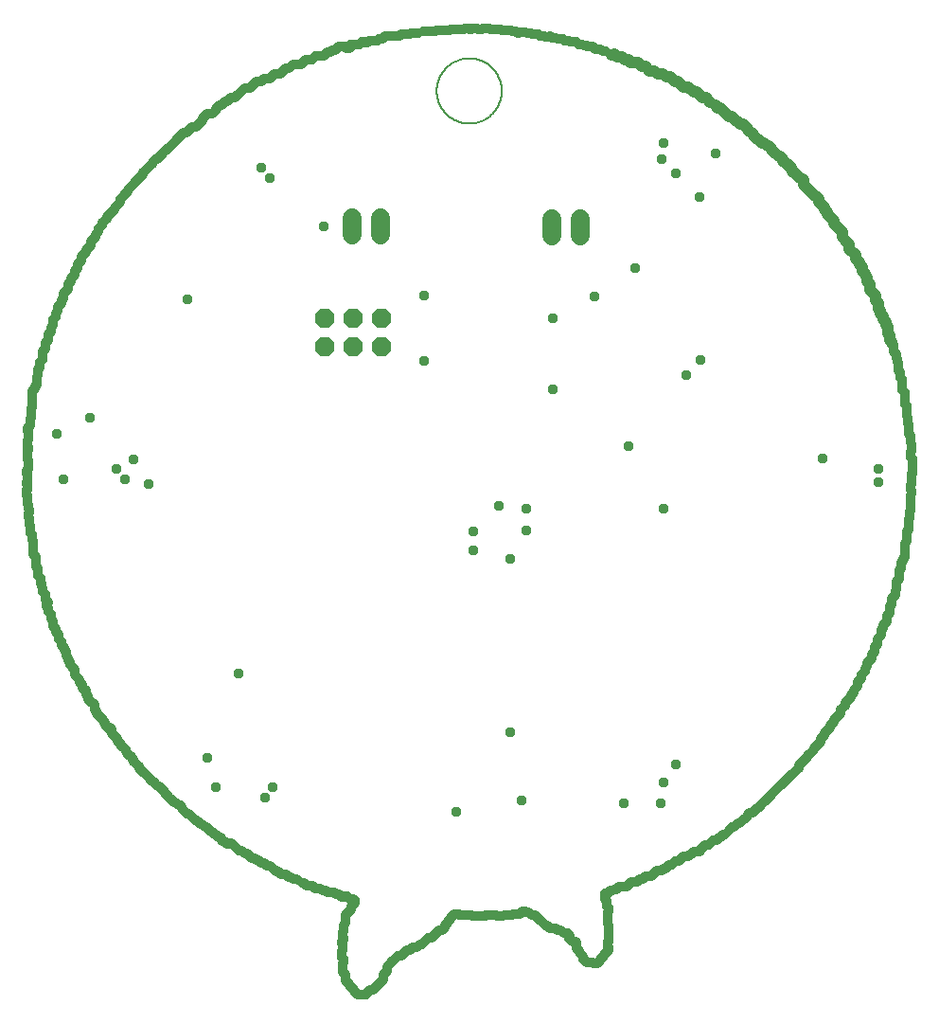
<source format=gbs>
G75*
%MOIN*%
%OFA0B0*%
%FSLAX25Y25*%
%IPPOS*%
%LPD*%
%AMOC8*
5,1,8,0,0,1.08239X$1,22.5*
%
%ADD10C,0.04000*%
%ADD11C,0.03200*%
%ADD12C,0.00800*%
%ADD13C,0.06800*%
%ADD14OC8,0.06800*%
%ADD15C,0.03778*%
D10*
X0271455Y0316976D02*
X0271947Y0316976D01*
X0273177Y0315746D01*
X0273915Y0315746D01*
X0275146Y0314516D01*
X0275392Y0314516D01*
X0276376Y0313531D01*
X0276376Y0313285D01*
X0277360Y0312301D01*
X0277606Y0312301D01*
X0279083Y0310825D01*
X0279575Y0310825D01*
X0280559Y0309841D01*
X0280559Y0309348D01*
X0281789Y0308118D01*
X0282035Y0308118D01*
X0282774Y0307380D01*
X0282774Y0307134D01*
X0283020Y0307134D01*
X0284004Y0306150D01*
X0284004Y0305657D01*
X0284742Y0304919D01*
X0284988Y0304919D01*
X0286465Y0303443D01*
X0286957Y0303443D01*
X0287941Y0302459D01*
X0287941Y0300982D01*
X0289171Y0299752D01*
X0289171Y0299506D01*
X0291878Y0296799D01*
X0292124Y0296799D01*
X0293108Y0295815D01*
X0293108Y0295077D01*
X0295077Y0293108D01*
X0295323Y0293108D01*
X0295323Y0292124D01*
X0296061Y0291386D01*
X0296061Y0290648D01*
X0298522Y0288187D01*
X0298522Y0287203D01*
X0301474Y0284250D01*
X0301474Y0282528D01*
X0302951Y0281051D01*
X0302951Y0280805D01*
X0303935Y0279821D01*
X0303935Y0278344D01*
X0306150Y0276130D01*
X0306150Y0274900D01*
X0307380Y0273669D01*
X0307380Y0272931D01*
X0308364Y0271947D01*
X0308364Y0270470D01*
X0309348Y0269486D01*
X0309348Y0269240D01*
X0310333Y0268256D01*
X0310333Y0267026D01*
X0311317Y0266041D01*
X0311317Y0263827D01*
X0313285Y0261858D01*
X0313285Y0260136D01*
X0314270Y0259152D01*
X0314270Y0257183D01*
X0315008Y0256445D01*
X0315008Y0255707D01*
X0315992Y0254722D01*
X0315992Y0253492D01*
X0316976Y0252508D01*
X0316976Y0251524D01*
X0317469Y0251031D01*
X0317469Y0248571D01*
X0318207Y0247833D01*
X0318207Y0246356D01*
X0318945Y0245618D01*
X0318945Y0245126D01*
X0271455Y0316976D02*
X0270224Y0318207D01*
X0270224Y0318453D01*
X0268256Y0320421D01*
X0268256Y0320667D01*
X0266533Y0322390D01*
X0265549Y0322390D01*
X0264565Y0323374D01*
X0264073Y0323374D01*
X0262350Y0325096D01*
X0261366Y0325096D01*
X0258413Y0328049D01*
X0257429Y0328049D01*
X0256691Y0328787D01*
X0254969Y0330018D02*
X0253492Y0331494D01*
X0252262Y0331494D01*
X0250293Y0333463D01*
X0249063Y0333463D01*
X0247094Y0335431D01*
X0245618Y0335431D01*
X0243650Y0337400D01*
X0242419Y0337400D01*
X0240943Y0338876D01*
X0239467Y0338876D01*
X0238236Y0340106D01*
X0237498Y0340106D01*
X0237252Y0339860D01*
X0236514Y0339860D01*
X0235283Y0341091D01*
X0233561Y0341091D01*
X0232085Y0342567D01*
X0230854Y0342567D01*
X0229378Y0344043D01*
X0226917Y0344043D01*
X0226179Y0344781D01*
X0224949Y0344781D01*
X0223719Y0346012D01*
X0222242Y0346012D01*
X0221258Y0346996D01*
X0221012Y0346750D01*
X0220274Y0346750D01*
D11*
X0068945Y0081494D02*
X0070667Y0079772D01*
X0071159Y0079772D01*
X0073374Y0077557D01*
X0073620Y0077557D01*
X0074112Y0077065D01*
X0074358Y0077065D01*
X0075343Y0076081D01*
X0075835Y0076081D01*
X0077065Y0074850D01*
X0077557Y0074850D01*
X0078049Y0074358D01*
X0078049Y0074112D01*
X0079033Y0073128D01*
X0079526Y0073128D01*
X0080510Y0072144D01*
X0080756Y0072144D01*
X0081740Y0071159D01*
X0082478Y0071159D01*
X0082724Y0070913D01*
X0082724Y0070421D01*
X0083217Y0069929D01*
X0083955Y0069929D01*
X0084939Y0068945D01*
X0085185Y0069191D01*
X0086169Y0069191D01*
X0086907Y0068453D01*
X0087154Y0068453D01*
X0088876Y0066730D01*
X0089860Y0066730D01*
X0091091Y0065500D01*
X0091829Y0065500D01*
X0093551Y0063778D01*
X0094535Y0063778D01*
X0095028Y0063285D01*
X0095766Y0063285D01*
X0096750Y0062301D01*
X0097980Y0062301D01*
X0098965Y0061317D01*
X0099703Y0061317D01*
X0100195Y0060825D01*
X0100441Y0060825D01*
X0101179Y0060087D01*
X0101425Y0060087D01*
X0102163Y0059348D01*
X0102902Y0059348D01*
X0103886Y0058364D01*
X0105362Y0058364D01*
X0106346Y0057380D01*
X0107331Y0057380D01*
X0108069Y0056642D01*
X0109299Y0056642D01*
X0109791Y0056150D01*
X0111022Y0055411D02*
X0112006Y0055411D01*
X0112990Y0054427D01*
X0114713Y0054427D01*
X0115697Y0053443D01*
X0117419Y0053443D01*
X0118404Y0052459D01*
X0119634Y0052459D01*
X0120126Y0051967D01*
X0122587Y0051967D01*
X0123325Y0051228D01*
X0124309Y0051228D01*
X0125293Y0050244D01*
X0125785Y0050244D01*
X0126031Y0050490D01*
X0127262Y0050490D01*
X0128000Y0049752D01*
X0129230Y0049752D01*
X0129722Y0049260D01*
X0129722Y0048276D01*
X0128492Y0047045D01*
X0128492Y0046061D01*
X0126524Y0044093D01*
X0126524Y0041140D01*
X0125785Y0040402D01*
X0125785Y0038187D01*
X0125539Y0037941D01*
X0125539Y0036219D01*
X0125785Y0035972D01*
X0125785Y0035234D01*
X0125293Y0034742D01*
X0125293Y0034004D01*
X0125539Y0033758D01*
X0125539Y0031543D01*
X0125293Y0031297D01*
X0125293Y0029083D01*
X0125785Y0028591D01*
X0125785Y0027114D01*
X0125539Y0026868D01*
X0125539Y0023915D01*
X0126524Y0022931D01*
X0126524Y0020963D01*
X0128000Y0019486D01*
X0128000Y0019240D01*
X0129476Y0017764D01*
X0129476Y0017272D01*
X0130707Y0016041D01*
X0132429Y0016041D01*
X0132675Y0015795D01*
X0133659Y0015795D01*
X0133906Y0016041D01*
X0133906Y0016287D01*
X0135136Y0017518D01*
X0136120Y0017518D01*
X0139811Y0021209D01*
X0139811Y0022931D01*
X0141041Y0024161D01*
X0141041Y0025638D01*
X0142518Y0027114D01*
X0142518Y0027360D01*
X0143256Y0028098D01*
X0143502Y0028098D01*
X0144978Y0029575D01*
X0146209Y0029575D01*
X0148177Y0031543D01*
X0149161Y0031543D01*
X0150146Y0032528D01*
X0151622Y0032528D01*
X0152852Y0033758D01*
X0153344Y0033758D01*
X0155559Y0035972D01*
X0156789Y0035972D01*
X0159496Y0038679D01*
X0160480Y0038679D01*
X0161465Y0039663D01*
X0161465Y0040156D01*
X0162449Y0041140D01*
X0162449Y0041632D01*
X0163433Y0042616D01*
X0163433Y0043108D01*
X0163925Y0043600D01*
X0164171Y0043600D01*
X0164909Y0044339D01*
X0166386Y0044339D01*
X0166632Y0044093D01*
X0170815Y0044093D01*
X0171307Y0043600D01*
X0175736Y0043600D01*
X0175982Y0043846D01*
X0179673Y0043846D01*
X0179919Y0043600D01*
X0181888Y0043600D01*
X0182380Y0044093D01*
X0185333Y0044093D01*
X0185579Y0044339D01*
X0187793Y0044339D01*
X0188778Y0045323D01*
X0190008Y0045323D01*
X0190254Y0045077D01*
X0190992Y0045077D01*
X0192222Y0043846D01*
X0193207Y0043846D01*
X0195175Y0041878D01*
X0195421Y0041878D01*
X0196898Y0040402D01*
X0197636Y0040402D01*
X0198620Y0039417D01*
X0200343Y0039417D01*
X0201081Y0038679D01*
X0202311Y0038679D01*
X0203541Y0037449D01*
X0204772Y0037449D01*
X0205510Y0036711D01*
X0205510Y0035972D01*
X0205264Y0035726D01*
X0205264Y0035480D01*
X0205510Y0035480D01*
X0206494Y0034496D01*
X0207478Y0034496D01*
X0207724Y0034250D01*
X0207724Y0032281D01*
X0208709Y0031297D01*
X0208709Y0030805D01*
X0210185Y0029329D01*
X0210185Y0028344D01*
X0210431Y0028344D01*
X0211415Y0027360D01*
X0211907Y0027360D01*
X0212154Y0027114D01*
X0213630Y0027114D01*
X0213876Y0026868D01*
X0215106Y0026868D01*
X0216337Y0028098D01*
X0216337Y0028344D01*
X0217567Y0029575D01*
X0217567Y0030067D01*
X0219043Y0031543D01*
X0219043Y0032528D01*
X0218797Y0032774D01*
X0218797Y0034496D01*
X0219043Y0034742D01*
X0219043Y0038925D01*
X0219289Y0039171D01*
X0219289Y0040402D01*
X0218797Y0040894D01*
X0218797Y0045077D01*
X0219043Y0045323D01*
X0219043Y0046553D01*
X0218551Y0047045D01*
X0218551Y0049014D01*
X0217813Y0049752D01*
X0217813Y0051474D01*
X0218797Y0051474D01*
X0219781Y0052459D01*
X0220520Y0052459D01*
X0221012Y0052951D01*
X0221996Y0052951D01*
X0222980Y0053935D01*
X0225441Y0053935D01*
X0227163Y0055657D01*
X0229132Y0055657D01*
X0230116Y0056642D01*
X0231100Y0056642D01*
X0232085Y0057626D01*
X0234299Y0057626D01*
X0236268Y0059594D01*
X0237744Y0059594D01*
X0238482Y0060333D01*
X0239220Y0060333D01*
X0240451Y0061563D01*
X0241435Y0061563D01*
X0242665Y0062793D01*
X0243896Y0062793D01*
X0245618Y0064516D01*
X0247094Y0064516D01*
X0247833Y0065254D01*
X0248325Y0065254D01*
X0249309Y0066238D01*
X0251031Y0066238D01*
X0251524Y0066730D01*
X0251524Y0066976D01*
X0253246Y0068699D01*
X0254476Y0068699D01*
X0255953Y0070175D01*
X0257183Y0070175D01*
X0258167Y0071159D01*
X0258413Y0071159D01*
X0259398Y0072144D01*
X0260136Y0072144D01*
X0261366Y0073620D02*
X0262596Y0074850D01*
X0263335Y0074850D01*
X0264811Y0076327D01*
X0265303Y0076327D01*
X0267026Y0078049D01*
X0267518Y0078049D01*
X0268256Y0078787D01*
X0268256Y0079280D01*
X0268994Y0080018D01*
X0269732Y0080018D01*
X0271455Y0081740D01*
X0271947Y0081740D01*
X0272685Y0082478D01*
X0272685Y0082724D01*
X0273915Y0083955D01*
X0274161Y0083955D01*
X0276376Y0086169D01*
X0276376Y0086415D01*
X0279575Y0089614D01*
X0279821Y0089614D01*
X0283758Y0093551D01*
X0284004Y0093551D01*
X0286219Y0095766D01*
X0286219Y0096504D01*
X0289171Y0099457D01*
X0289171Y0099949D01*
X0289909Y0100687D01*
X0290156Y0100687D01*
X0291632Y0102163D01*
X0291632Y0102656D01*
X0293846Y0104870D01*
X0293846Y0105854D01*
X0295323Y0107331D01*
X0295323Y0108069D01*
X0297045Y0109791D01*
X0297045Y0110530D01*
X0298522Y0112006D01*
X0298522Y0112498D01*
X0300982Y0114959D01*
X0300982Y0116189D01*
X0302459Y0117665D01*
X0302459Y0118650D01*
X0304427Y0120618D01*
X0304427Y0121356D01*
X0305411Y0122341D01*
X0305411Y0123079D01*
X0306888Y0124555D01*
X0306888Y0126031D01*
X0308118Y0127262D01*
X0308118Y0128492D01*
X0309348Y0129722D01*
X0309348Y0130461D01*
X0310333Y0131445D01*
X0310333Y0132675D01*
X0311809Y0134152D01*
X0311809Y0135628D01*
X0312793Y0136612D01*
X0312793Y0138335D01*
X0313778Y0139319D01*
X0313778Y0141041D01*
X0315254Y0142518D01*
X0315254Y0144240D01*
X0315992Y0144978D01*
X0315992Y0145963D01*
X0317222Y0147193D01*
X0317222Y0149407D01*
X0318207Y0150392D01*
X0318207Y0152606D01*
X0318945Y0153344D01*
X0318945Y0155313D01*
X0320175Y0156543D01*
X0320175Y0158020D01*
X0320667Y0158512D01*
X0320667Y0161219D01*
X0321652Y0162203D01*
X0321652Y0165402D01*
X0322144Y0165894D01*
X0322144Y0167862D01*
X0322882Y0168600D01*
X0322882Y0169339D01*
X0323374Y0169831D01*
X0323374Y0174752D01*
X0324112Y0175490D01*
X0324112Y0178935D01*
X0324850Y0179673D01*
X0324850Y0183364D01*
X0325096Y0183610D01*
X0325096Y0186071D01*
X0325343Y0186317D01*
X0325343Y0191730D01*
X0325835Y0192222D01*
X0325835Y0193207D01*
X0325589Y0193453D01*
X0325589Y0195421D01*
X0325835Y0195667D01*
X0325835Y0199112D01*
X0326081Y0199358D01*
X0326081Y0204526D01*
X0325589Y0205018D01*
X0325589Y0206986D01*
X0325835Y0207232D01*
X0325835Y0209693D01*
X0325343Y0210185D01*
X0325343Y0212646D01*
X0324850Y0213138D01*
X0324850Y0216583D01*
X0324604Y0216829D01*
X0324604Y0219043D01*
X0324112Y0219535D01*
X0324112Y0223226D01*
X0323620Y0223719D01*
X0323620Y0224703D01*
X0323374Y0224949D01*
X0323374Y0227902D01*
X0322636Y0228640D01*
X0322636Y0230608D01*
X0322390Y0230854D01*
X0322390Y0232577D01*
X0321898Y0233069D01*
X0321898Y0235037D01*
X0321159Y0235776D01*
X0321159Y0238236D01*
X0320913Y0238482D01*
X0320913Y0239467D01*
X0320421Y0239959D01*
X0320421Y0241435D01*
X0319437Y0242419D01*
X0319437Y0244634D01*
X0318945Y0245126D01*
X0218305Y0347980D02*
X0217075Y0347980D01*
X0216337Y0348719D01*
X0214614Y0348719D01*
X0213630Y0349703D01*
X0211661Y0349703D01*
X0211415Y0349949D01*
X0210431Y0349949D01*
X0209939Y0350441D01*
X0208463Y0350441D01*
X0207724Y0351179D01*
X0205510Y0351179D01*
X0205018Y0351671D01*
X0203541Y0351671D01*
X0203049Y0352163D01*
X0201081Y0352163D01*
X0200589Y0352656D01*
X0199112Y0352656D01*
X0198620Y0353148D01*
X0198374Y0352902D01*
X0196898Y0352902D01*
X0196406Y0353394D01*
X0194929Y0353394D01*
X0194437Y0353886D01*
X0192222Y0353886D01*
X0191976Y0354132D01*
X0190500Y0354132D01*
X0190008Y0354624D01*
X0187793Y0354624D01*
X0187547Y0354378D01*
X0187055Y0354378D01*
X0186563Y0354870D01*
X0185087Y0354870D01*
X0184841Y0355116D01*
X0183610Y0355116D01*
X0183364Y0355362D01*
X0181396Y0355362D01*
X0181150Y0355608D01*
X0177459Y0355608D01*
X0177213Y0355854D01*
X0174752Y0355854D01*
X0174506Y0355608D01*
X0173030Y0355608D01*
X0172783Y0355854D01*
X0171061Y0355854D01*
X0170815Y0355608D01*
X0170323Y0355608D01*
X0170077Y0355854D01*
X0168354Y0355854D01*
X0168108Y0355608D01*
X0163433Y0355608D01*
X0163187Y0355362D01*
X0161465Y0355362D01*
X0161219Y0355116D01*
X0158512Y0355116D01*
X0158266Y0354870D01*
X0153837Y0354870D01*
X0152114Y0354378D02*
X0149654Y0354378D01*
X0149161Y0353886D01*
X0146209Y0353886D01*
X0145470Y0353148D01*
X0140549Y0353148D01*
X0139565Y0352163D01*
X0138335Y0352163D01*
X0137843Y0351671D01*
X0134890Y0351671D01*
X0134152Y0350933D01*
X0133659Y0350933D01*
X0133413Y0351179D01*
X0132183Y0351179D01*
X0131445Y0350441D01*
X0128246Y0350441D01*
X0128738Y0349949D01*
X0128738Y0349703D01*
X0128000Y0348965D01*
X0126770Y0348965D01*
X0126278Y0349457D01*
X0124063Y0349457D01*
X0122833Y0348226D01*
X0121848Y0348226D01*
X0121110Y0347488D01*
X0120126Y0347488D01*
X0118896Y0346258D01*
X0115943Y0346258D01*
X0114713Y0345028D01*
X0112498Y0345028D01*
X0110776Y0343305D01*
X0108069Y0343305D01*
X0106593Y0341829D01*
X0105362Y0341829D01*
X0103640Y0340106D01*
X0101671Y0340106D01*
X0099703Y0338138D01*
X0097734Y0338138D01*
X0096750Y0337154D01*
X0095028Y0337154D01*
X0092813Y0334939D01*
X0091091Y0334939D01*
X0088630Y0332478D01*
X0088384Y0332478D01*
X0087400Y0331494D01*
X0086169Y0331494D01*
X0084939Y0330264D01*
X0084201Y0330264D01*
X0082970Y0329033D01*
X0082232Y0329033D01*
X0080756Y0327557D01*
X0080756Y0327065D01*
X0079526Y0325835D01*
X0077803Y0325835D01*
X0076081Y0324112D01*
X0076081Y0323620D01*
X0073866Y0321406D01*
X0072636Y0321406D01*
X0070421Y0319191D01*
X0069437Y0319191D01*
X0066976Y0316730D01*
X0066976Y0316484D01*
X0064516Y0314024D01*
X0064270Y0314024D01*
X0063285Y0313039D01*
X0063039Y0313039D01*
X0062301Y0312301D01*
X0062301Y0311809D01*
X0060333Y0309841D01*
X0059594Y0309841D01*
X0058364Y0308610D01*
X0058364Y0308364D01*
X0055165Y0305165D01*
X0055165Y0304673D01*
X0052213Y0301720D01*
X0052213Y0301474D01*
X0049752Y0299014D01*
X0049752Y0298522D01*
X0048522Y0297291D01*
X0048522Y0297045D01*
X0047291Y0295815D01*
X0047291Y0294831D01*
X0045077Y0292616D01*
X0045077Y0292370D01*
X0042370Y0289663D01*
X0042370Y0288925D01*
X0040894Y0287449D01*
X0040894Y0286711D01*
X0039663Y0285480D01*
X0039663Y0284496D01*
X0038433Y0283266D01*
X0038433Y0282528D01*
X0036957Y0281051D01*
X0036957Y0279575D01*
X0035234Y0277852D01*
X0035234Y0277360D01*
X0033512Y0275638D01*
X0033512Y0274407D01*
X0032035Y0272931D01*
X0032035Y0271455D01*
X0031051Y0270470D01*
X0031051Y0269240D01*
X0029821Y0268010D01*
X0029821Y0266780D01*
X0028837Y0265795D01*
X0028837Y0264319D01*
X0027114Y0262596D01*
X0027114Y0260874D01*
X0026376Y0260136D01*
X0026376Y0259152D01*
X0025146Y0257921D01*
X0025146Y0256445D01*
X0024407Y0255707D01*
X0024407Y0254230D01*
X0023669Y0253492D01*
X0023669Y0251524D01*
X0022685Y0250539D01*
X0022685Y0249309D01*
X0021701Y0248325D01*
X0021701Y0246356D01*
X0020717Y0245372D01*
X0020717Y0243157D01*
X0019732Y0242173D01*
X0019732Y0239220D01*
X0018994Y0238482D01*
X0018994Y0236760D01*
X0018256Y0236022D01*
X0018256Y0233807D01*
X0017764Y0233315D01*
X0017764Y0230608D01*
X0017026Y0229870D01*
X0017026Y0229132D01*
X0016287Y0228394D01*
X0016287Y0224211D01*
X0016041Y0223965D01*
X0016041Y0222488D01*
X0015795Y0222242D01*
X0015795Y0218797D01*
X0015549Y0218551D01*
X0015549Y0216337D01*
X0014565Y0215352D01*
X0014565Y0214368D01*
X0014811Y0214122D01*
X0014811Y0211169D01*
X0014565Y0210923D01*
X0014565Y0208955D01*
X0014811Y0208709D01*
X0014811Y0207724D01*
X0014565Y0207478D01*
X0014565Y0204280D01*
X0014811Y0204033D01*
X0014811Y0200835D01*
X0014319Y0200343D01*
X0014319Y0199112D01*
X0014565Y0198866D01*
X0014565Y0196652D01*
X0014319Y0196406D01*
X0014319Y0195667D01*
X0014565Y0195421D01*
X0014565Y0193699D01*
X0014319Y0193453D01*
X0014319Y0191730D01*
X0014565Y0191484D01*
X0014565Y0188531D01*
X0014811Y0188285D01*
X0014811Y0186809D01*
X0015057Y0186563D01*
X0015057Y0185579D01*
X0014811Y0185333D01*
X0014811Y0184102D01*
X0015303Y0183610D01*
X0015303Y0182872D01*
X0015057Y0182626D01*
X0015057Y0181396D01*
X0015549Y0180904D01*
X0015549Y0178443D01*
X0016041Y0177951D01*
X0016041Y0175982D01*
X0016533Y0175490D01*
X0016533Y0171061D01*
X0017518Y0170077D01*
X0017518Y0166632D01*
X0018256Y0165894D01*
X0018256Y0163433D01*
X0019240Y0162449D01*
X0019240Y0160726D01*
X0019486Y0160480D01*
X0019486Y0159496D01*
X0019978Y0159004D01*
X0019978Y0157528D01*
X0020717Y0156789D01*
X0020717Y0155067D01*
X0021701Y0154083D01*
X0021209Y0153591D01*
X0021209Y0152606D01*
X0021947Y0151868D01*
X0021947Y0150638D01*
X0022685Y0149900D01*
X0022685Y0148177D01*
X0023423Y0147439D01*
X0023423Y0145717D01*
X0024654Y0144486D01*
X0024654Y0143502D01*
X0025638Y0142518D01*
X0025638Y0141041D01*
X0026376Y0140303D01*
X0026376Y0139073D01*
X0027360Y0138089D01*
X0027360Y0137350D01*
X0028098Y0136612D01*
X0028098Y0135136D01*
X0028837Y0134398D01*
X0028837Y0133659D01*
X0029575Y0132921D01*
X0029575Y0131937D01*
X0030067Y0131445D01*
X0030067Y0131199D01*
X0031051Y0130215D01*
X0031051Y0128492D01*
X0032774Y0126770D01*
X0032774Y0126031D01*
X0033758Y0125047D01*
X0033758Y0123817D01*
X0034250Y0123325D01*
X0034742Y0123325D01*
X0035234Y0122833D01*
X0035234Y0121602D01*
X0035972Y0120864D01*
X0035972Y0119880D01*
X0037203Y0118650D01*
X0037449Y0118650D01*
X0038187Y0117911D01*
X0038187Y0116435D01*
X0038925Y0115697D01*
X0038925Y0114959D01*
X0041140Y0112744D01*
X0041140Y0112252D01*
X0041878Y0111514D01*
X0041878Y0111022D01*
X0043600Y0109299D01*
X0043600Y0109791D01*
X0044093Y0109299D01*
X0044093Y0107823D01*
X0045077Y0106839D01*
X0045323Y0106839D01*
X0046307Y0105854D01*
X0046307Y0105116D01*
X0047537Y0103886D01*
X0047537Y0103394D01*
X0048030Y0102902D01*
X0048276Y0102902D01*
X0049014Y0102163D01*
X0049014Y0101671D01*
X0049506Y0101179D01*
X0049506Y0100933D01*
X0050490Y0099949D01*
X0050736Y0099949D01*
X0051228Y0099457D01*
X0051228Y0099211D01*
X0051967Y0098472D01*
X0051967Y0097980D01*
X0053689Y0096258D01*
X0053689Y0095766D01*
X0055657Y0093797D01*
X0055904Y0093797D01*
X0057626Y0092075D01*
X0057626Y0091829D01*
X0058364Y0091091D01*
X0058856Y0091091D01*
X0059594Y0090352D01*
X0059594Y0090106D01*
X0060579Y0089122D01*
X0060825Y0089122D01*
X0062793Y0087154D01*
X0062793Y0086907D01*
X0063531Y0086169D01*
X0063778Y0086169D01*
X0064270Y0085677D01*
X0064270Y0085431D01*
X0064762Y0084939D01*
X0065008Y0084939D01*
X0066238Y0083709D01*
X0066484Y0083709D01*
X0067715Y0082478D01*
X0068453Y0082478D01*
X0068945Y0081986D01*
X0068945Y0081494D01*
D12*
X0158617Y0333955D02*
X0158620Y0334236D01*
X0158631Y0334517D01*
X0158648Y0334798D01*
X0158672Y0335078D01*
X0158703Y0335358D01*
X0158741Y0335637D01*
X0158786Y0335914D01*
X0158837Y0336191D01*
X0158895Y0336466D01*
X0158960Y0336740D01*
X0159032Y0337012D01*
X0159110Y0337282D01*
X0159195Y0337550D01*
X0159287Y0337816D01*
X0159385Y0338079D01*
X0159489Y0338341D01*
X0159600Y0338599D01*
X0159717Y0338855D01*
X0159841Y0339108D01*
X0159970Y0339357D01*
X0160106Y0339604D01*
X0160247Y0339847D01*
X0160395Y0340086D01*
X0160548Y0340322D01*
X0160707Y0340554D01*
X0160872Y0340782D01*
X0161043Y0341006D01*
X0161218Y0341225D01*
X0161399Y0341440D01*
X0161586Y0341651D01*
X0161777Y0341857D01*
X0161974Y0342058D01*
X0162175Y0342255D01*
X0162381Y0342446D01*
X0162592Y0342633D01*
X0162807Y0342814D01*
X0163026Y0342989D01*
X0163250Y0343160D01*
X0163478Y0343325D01*
X0163710Y0343484D01*
X0163946Y0343637D01*
X0164185Y0343785D01*
X0164428Y0343926D01*
X0164675Y0344062D01*
X0164924Y0344191D01*
X0165177Y0344315D01*
X0165433Y0344432D01*
X0165691Y0344543D01*
X0165953Y0344647D01*
X0166216Y0344745D01*
X0166482Y0344837D01*
X0166750Y0344922D01*
X0167020Y0345000D01*
X0167292Y0345072D01*
X0167566Y0345137D01*
X0167841Y0345195D01*
X0168118Y0345246D01*
X0168395Y0345291D01*
X0168674Y0345329D01*
X0168954Y0345360D01*
X0169234Y0345384D01*
X0169515Y0345401D01*
X0169796Y0345412D01*
X0170077Y0345415D01*
X0170358Y0345412D01*
X0170639Y0345401D01*
X0170920Y0345384D01*
X0171200Y0345360D01*
X0171480Y0345329D01*
X0171759Y0345291D01*
X0172036Y0345246D01*
X0172313Y0345195D01*
X0172588Y0345137D01*
X0172862Y0345072D01*
X0173134Y0345000D01*
X0173404Y0344922D01*
X0173672Y0344837D01*
X0173938Y0344745D01*
X0174201Y0344647D01*
X0174463Y0344543D01*
X0174721Y0344432D01*
X0174977Y0344315D01*
X0175230Y0344191D01*
X0175479Y0344062D01*
X0175726Y0343926D01*
X0175969Y0343785D01*
X0176208Y0343637D01*
X0176444Y0343484D01*
X0176676Y0343325D01*
X0176904Y0343160D01*
X0177128Y0342989D01*
X0177347Y0342814D01*
X0177562Y0342633D01*
X0177773Y0342446D01*
X0177979Y0342255D01*
X0178180Y0342058D01*
X0178377Y0341857D01*
X0178568Y0341651D01*
X0178755Y0341440D01*
X0178936Y0341225D01*
X0179111Y0341006D01*
X0179282Y0340782D01*
X0179447Y0340554D01*
X0179606Y0340322D01*
X0179759Y0340086D01*
X0179907Y0339847D01*
X0180048Y0339604D01*
X0180184Y0339357D01*
X0180313Y0339108D01*
X0180437Y0338855D01*
X0180554Y0338599D01*
X0180665Y0338341D01*
X0180769Y0338079D01*
X0180867Y0337816D01*
X0180959Y0337550D01*
X0181044Y0337282D01*
X0181122Y0337012D01*
X0181194Y0336740D01*
X0181259Y0336466D01*
X0181317Y0336191D01*
X0181368Y0335914D01*
X0181413Y0335637D01*
X0181451Y0335358D01*
X0181482Y0335078D01*
X0181506Y0334798D01*
X0181523Y0334517D01*
X0181534Y0334236D01*
X0181537Y0333955D01*
X0181534Y0333674D01*
X0181523Y0333393D01*
X0181506Y0333112D01*
X0181482Y0332832D01*
X0181451Y0332552D01*
X0181413Y0332273D01*
X0181368Y0331996D01*
X0181317Y0331719D01*
X0181259Y0331444D01*
X0181194Y0331170D01*
X0181122Y0330898D01*
X0181044Y0330628D01*
X0180959Y0330360D01*
X0180867Y0330094D01*
X0180769Y0329831D01*
X0180665Y0329569D01*
X0180554Y0329311D01*
X0180437Y0329055D01*
X0180313Y0328802D01*
X0180184Y0328553D01*
X0180048Y0328306D01*
X0179907Y0328063D01*
X0179759Y0327824D01*
X0179606Y0327588D01*
X0179447Y0327356D01*
X0179282Y0327128D01*
X0179111Y0326904D01*
X0178936Y0326685D01*
X0178755Y0326470D01*
X0178568Y0326259D01*
X0178377Y0326053D01*
X0178180Y0325852D01*
X0177979Y0325655D01*
X0177773Y0325464D01*
X0177562Y0325277D01*
X0177347Y0325096D01*
X0177128Y0324921D01*
X0176904Y0324750D01*
X0176676Y0324585D01*
X0176444Y0324426D01*
X0176208Y0324273D01*
X0175969Y0324125D01*
X0175726Y0323984D01*
X0175479Y0323848D01*
X0175230Y0323719D01*
X0174977Y0323595D01*
X0174721Y0323478D01*
X0174463Y0323367D01*
X0174201Y0323263D01*
X0173938Y0323165D01*
X0173672Y0323073D01*
X0173404Y0322988D01*
X0173134Y0322910D01*
X0172862Y0322838D01*
X0172588Y0322773D01*
X0172313Y0322715D01*
X0172036Y0322664D01*
X0171759Y0322619D01*
X0171480Y0322581D01*
X0171200Y0322550D01*
X0170920Y0322526D01*
X0170639Y0322509D01*
X0170358Y0322498D01*
X0170077Y0322495D01*
X0169796Y0322498D01*
X0169515Y0322509D01*
X0169234Y0322526D01*
X0168954Y0322550D01*
X0168674Y0322581D01*
X0168395Y0322619D01*
X0168118Y0322664D01*
X0167841Y0322715D01*
X0167566Y0322773D01*
X0167292Y0322838D01*
X0167020Y0322910D01*
X0166750Y0322988D01*
X0166482Y0323073D01*
X0166216Y0323165D01*
X0165953Y0323263D01*
X0165691Y0323367D01*
X0165433Y0323478D01*
X0165177Y0323595D01*
X0164924Y0323719D01*
X0164675Y0323848D01*
X0164428Y0323984D01*
X0164185Y0324125D01*
X0163946Y0324273D01*
X0163710Y0324426D01*
X0163478Y0324585D01*
X0163250Y0324750D01*
X0163026Y0324921D01*
X0162807Y0325096D01*
X0162592Y0325277D01*
X0162381Y0325464D01*
X0162175Y0325655D01*
X0161974Y0325852D01*
X0161777Y0326053D01*
X0161586Y0326259D01*
X0161399Y0326470D01*
X0161218Y0326685D01*
X0161043Y0326904D01*
X0160872Y0327128D01*
X0160707Y0327356D01*
X0160548Y0327588D01*
X0160395Y0327824D01*
X0160247Y0328063D01*
X0160106Y0328306D01*
X0159970Y0328553D01*
X0159841Y0328802D01*
X0159717Y0329055D01*
X0159600Y0329311D01*
X0159489Y0329569D01*
X0159385Y0329831D01*
X0159287Y0330094D01*
X0159195Y0330360D01*
X0159110Y0330628D01*
X0159032Y0330898D01*
X0158960Y0331170D01*
X0158895Y0331444D01*
X0158837Y0331719D01*
X0158786Y0331996D01*
X0158741Y0332273D01*
X0158703Y0332552D01*
X0158672Y0332832D01*
X0158648Y0333112D01*
X0158631Y0333393D01*
X0158620Y0333674D01*
X0158617Y0333955D01*
D13*
X0138906Y0289219D02*
X0138906Y0283219D01*
X0128906Y0283219D02*
X0128906Y0289219D01*
X0199033Y0288972D02*
X0199033Y0282972D01*
X0209033Y0282972D02*
X0209033Y0288972D01*
D14*
X0139230Y0254063D03*
X0129230Y0254063D03*
X0119230Y0254063D03*
X0119230Y0244063D03*
X0129230Y0244063D03*
X0139230Y0244063D03*
D15*
X0154112Y0239024D03*
X0154240Y0261799D03*
X0118896Y0286219D03*
X0099988Y0303384D03*
X0096789Y0306839D03*
X0070943Y0260520D03*
X0036652Y0218807D03*
X0025008Y0213305D03*
X0027183Y0197183D03*
X0045864Y0200894D03*
X0048807Y0197183D03*
X0051878Y0204378D03*
X0057252Y0195648D03*
X0088728Y0128856D03*
X0077980Y0099171D03*
X0080923Y0088935D03*
X0098197Y0085352D03*
X0100756Y0088807D03*
X0165500Y0080362D03*
X0188531Y0084329D03*
X0184437Y0108384D03*
X0224358Y0083305D03*
X0237409Y0083433D03*
X0238561Y0090598D03*
X0242911Y0096868D03*
X0184565Y0169161D03*
X0190195Y0179270D03*
X0190195Y0186947D03*
X0180598Y0187970D03*
X0171514Y0179014D03*
X0171514Y0172232D03*
X0199535Y0229043D03*
X0199604Y0253984D03*
X0214122Y0261543D03*
X0228640Y0271701D03*
X0251228Y0296602D03*
X0242911Y0305048D03*
X0237793Y0309781D03*
X0238561Y0315539D03*
X0256730Y0311957D03*
X0251356Y0239152D03*
X0246494Y0233906D03*
X0226278Y0209083D03*
X0238561Y0186947D03*
X0294604Y0204732D03*
X0314181Y0201022D03*
X0314309Y0196159D03*
M02*

</source>
